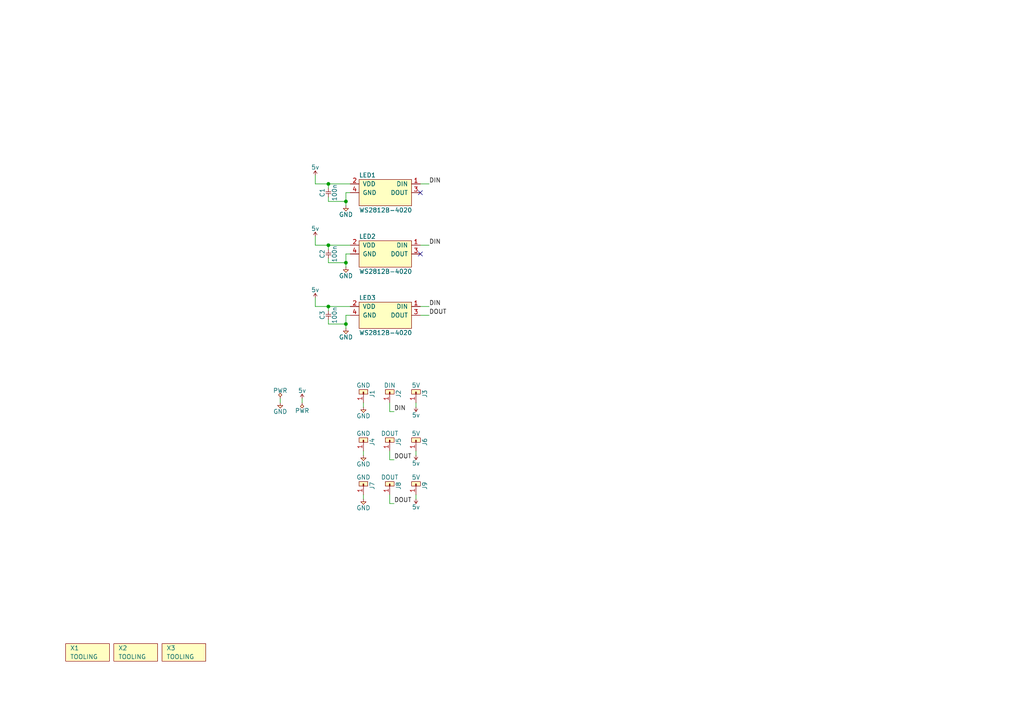
<source format=kicad_sch>
(kicad_sch (version 20230121) (generator eeschema)
  (paper "A4")
  (title_block (title "LEDEAF Triangle PCB") (date "2021-05-23") (rev "1") (comment 1 "Drawn By: AG"))
  (lib_symbols
    (symbol "ael:5v" (power) (pin_numbers hide) (pin_names (offset 1.016) hide)
      (property "Value" "5v" (at 0 2.286 0))
      (symbol "5v_0_1"
        (polyline (pts (xy 0 1.27) (xy 0.508 0.508)))
        (polyline (pts (xy 0 0) (xy 0 1.27) (xy -0.508 0.508)))
      )
      (symbol "5v_1_1"
        (pin power_in line (at 0 0 180) (length 0) hide (name "5v") (number "1"))
      )
    )
    (symbol "ael:GND" (power) (pin_numbers hide) (pin_names (offset 1.016) hide)
      (property "Value" "GND" (at 0 -2.54 0))
      (symbol "GND_0_1"
        (polyline (pts (xy 0 0) (xy 0 -0.762)))
        (polyline (pts (xy -0.762 -0.762) (xy 0.762 -0.762) (xy 0 -1.524) (xy -0.762 -0.762)) (fill (type background)))
      )
      (symbol "GND_1_1"
        (pin power_in line (at 0 0 180) (length 0) hide (name "GND") (number "1"))
      )
    )
    (symbol "agg:5v" (power) (pin_numbers hide) (pin_names (offset 1.016) hide)
      (property "Value" "5v" (at 0 2.286 0))
      (symbol "5v_0_1"
        (polyline (pts (xy 0 1.27) (xy 0.508 0.508)))
        (polyline (pts (xy 0 0) (xy 0 1.27) (xy -0.508 0.508)))
      )
      (symbol "5v_1_1"
        (pin power_in line (at 0 0 180) (length 0) hide (name "5v") (number "1"))
      )
    )
    (symbol "agg:C" (pin_numbers hide) (pin_names (offset 1.016) hide)
      (property "Reference" "C" (at 1.27 1.778 0))
      (property "Value" "C" (at 1.27 -1.778 0))
      (symbol "C_0_1"
        (polyline (pts (xy 1.016 0.762) (xy 1.016 -0.762)))
        (polyline (pts (xy 1.524 0.762) (xy 1.524 -0.762)))
      )
      (symbol "C_1_1"
        (pin passive line (at 0 0 0) (length 1.016) (name "~") (number "1"))
        (pin passive line (at 2.54 0 180) (length 1.016) (name "~") (number "2"))
      )
    )
    (symbol "agg:CONN_01x01" (pin_names (offset 0.0254) hide)
      (property "Reference" "J" (at -1.27 2.54 0))
      (property "Value" "CONN_01x01" (at -1.27 -2.54 0))
      (symbol "CONN_01x01_0_1"
        (rectangle (start 0 0.127) (end -0.635 -0.127) (fill (type outline)))
        (rectangle (start 0 1.27) (end -1.27 -1.27) (fill (type background)))
      )
      (symbol "CONN_01x01_1_1"
        (pin passive line (at 2.54 0 180) (length 2.54) (name "1") (number "1"))
      )
    )
    (symbol "agg:PART" (pin_names (offset 1.016))
      (property "Reference" "X" (at 1.27 2.54 0))
      (property "Value" "PART" (at 1.27 0 0))
      (symbol "PART_0_1"
        (rectangle (start 0 3.81) (end 12.7 -1.27) (fill (type background)))
      )
    )
    (symbol "agg:PWR" (power) (pin_numbers hide) (pin_names (offset 1.016) hide)
      (property "Value" "PWR" (at 0 2.286 0))
      (symbol "PWR_0_1"
        (polyline (pts (xy 0 0.508) (xy -0.508 1.016) (xy 0 1.524) (xy 0.508 1.016) (xy 0 0.508)) (fill (type background)))
      )
      (symbol "PWR_1_1"
        (pin power_out line (at 0 0 90) (length 0.508) (name "pwr") (number "1"))
      )
    )
    (symbol "agg:WS2812B-4020" (pin_names (offset 1.016))
      (property "Reference" "IC" (at -7.62 5.08 0))
      (property "Value" "WS2812B-4020" (at -7.62 -5.08 0))
      (symbol "WS2812B-4020_0_0"
        (pin input line (at 10.16 2.54 180) (length 2.54) (name "DIN") (number "1"))
        (pin power_in line (at -10.16 2.54 0) (length 2.54) (name "VDD") (number "2"))
        (pin output line (at 10.16 0 180) (length 2.54) (name "DOUT") (number "3"))
        (pin power_in line (at -10.16 0 0) (length 2.54) (name "GND") (number "4"))
      )
      (symbol "WS2812B-4020_0_1"
        (rectangle (start -7.62 3.81) (end 7.62 -3.81) (fill (type background)))
      )
    )
  )
  (junction (at 100.33 58.42) (diameter 0.9144))
  (junction (at 95.25 53.34) (diameter 0.9144))
  (junction (at 95.25 88.9) (diameter 0.9144))
  (junction (at 100.33 93.98) (diameter 0.9144))
  (junction (at 100.33 76.2) (diameter 0.9144))
  (junction (at 95.25 71.12) (diameter 0.9144))
  (no_connect (at 121.92 55.88))
  (no_connect (at 121.92 73.66))
  (wire (pts (xy 95.25 71.12) (xy 95.25 72.39)))
  (wire (pts (xy 100.33 59.69) (xy 100.33 58.42)))
  (wire (pts (xy 95.25 53.34) (xy 101.6 53.34)))
  (wire (pts (xy 87.63 115.57) (xy 87.63 116.84)))
  (wire (pts (xy 95.25 58.42) (xy 100.33 58.42)))
  (wire (pts (xy 113.03 146.05) (xy 114.3 146.05)))
  (wire (pts (xy 113.03 143.51) (xy 113.03 146.05)))
  (wire (pts (xy 113.03 119.38) (xy 114.3 119.38)))
  (wire (pts (xy 91.44 53.34) (xy 95.25 53.34)))
  (wire (pts (xy 121.92 91.44) (xy 124.46 91.44)))
  (wire (pts (xy 95.25 92.71) (xy 95.25 93.98)))
  (wire (pts (xy 95.25 93.98) (xy 100.33 93.98)))
  (wire (pts (xy 91.44 86.36) (xy 91.44 88.9)))
  (wire (pts (xy 91.44 88.9) (xy 95.25 88.9)))
  (wire (pts (xy 95.25 88.9) (xy 101.6 88.9)))
  (wire (pts (xy 100.33 76.2) (xy 100.33 73.66)))
  (wire (pts (xy 121.92 88.9) (xy 124.46 88.9)))
  (wire (pts (xy 113.03 130.81) (xy 113.03 133.35)))
  (wire (pts (xy 81.28 115.57) (xy 81.28 116.84)))
  (wire (pts (xy 91.44 71.12) (xy 95.25 71.12)))
  (wire (pts (xy 120.65 143.51) (xy 120.65 144.78)))
  (wire (pts (xy 95.25 57.15) (xy 95.25 58.42)))
  (wire (pts (xy 121.92 71.12) (xy 124.46 71.12)))
  (wire (pts (xy 91.44 68.58) (xy 91.44 71.12)))
  (wire (pts (xy 95.25 74.93) (xy 95.25 76.2)))
  (wire (pts (xy 100.33 77.47) (xy 100.33 76.2)))
  (wire (pts (xy 113.03 116.84) (xy 113.03 119.38)))
  (wire (pts (xy 100.33 55.88) (xy 101.6 55.88)))
  (wire (pts (xy 105.41 143.51) (xy 105.41 144.78)))
  (wire (pts (xy 100.33 58.42) (xy 100.33 55.88)))
  (wire (pts (xy 120.65 130.81) (xy 120.65 132.08)))
  (wire (pts (xy 95.25 71.12) (xy 101.6 71.12)))
  (wire (pts (xy 120.65 116.84) (xy 120.65 118.11)))
  (wire (pts (xy 105.41 116.84) (xy 105.41 118.11)))
  (wire (pts (xy 100.33 91.44) (xy 101.6 91.44)))
  (wire (pts (xy 100.33 93.98) (xy 100.33 91.44)))
  (wire (pts (xy 100.33 95.25) (xy 100.33 93.98)))
  (wire (pts (xy 113.03 133.35) (xy 114.3 133.35)))
  (wire (pts (xy 105.41 130.81) (xy 105.41 132.08)))
  (wire (pts (xy 100.33 73.66) (xy 101.6 73.66)))
  (wire (pts (xy 91.44 50.8) (xy 91.44 53.34)))
  (wire (pts (xy 95.25 76.2) (xy 100.33 76.2)))
  (wire (pts (xy 95.25 53.34) (xy 95.25 54.61)))
  (wire (pts (xy 121.92 53.34) (xy 124.46 53.34)))
  (wire (pts (xy 95.25 88.9) (xy 95.25 90.17)))
  (label "DOUT" (at 124.46 91.44 0))
  (label "DIN" (at 124.46 71.12 0))
  (label "DOUT" (at 114.3 133.35 0))
  (label "DIN" (at 124.46 53.34 0))
  (label "DOUT" (at 114.3 146.05 0))
  (label "DIN" (at 124.46 88.9 0))
  (label "DIN" (at 114.3 119.38 0))
  (symbol (lib_id "agg:CONN_01x01") (at 105.41 140.97 270) (unit 1)
    (property "Reference" "J7" (at 107.95 139.7 0) (effects (justify left)))
    (property "Value" "GND" (at 105.41 138.43 90))
    (property "Footprint" "agg:M2_PTH" (effects hide))
  )
  (symbol (lib_id "agg:WS2812B-4020") (at 111.76 73.66 0) (unit 1)
    (property "Reference" "LED2" (at 104.14 68.58 0) (effects (justify left)))
    (property "Value" "WS2812B-4020" (at 104.14 78.74 0) (effects (justify left)))
    (property "Footprint" "agg:WS2812B-4020" (effects hide))
    (property "Datasheet" "https://datasheet.lcsc.com/szlcsc/2012110135_Worldsemi-WS2812B-4020_C965557.pdf" (effects hide))
    (property "LCSC" "C965557" (effects hide))
  )
  (symbol (lib_id "agg:C") (at 95.25 57.15 90) (unit 1)
    (property "Reference" "C1" (at 93.472 55.88 0))
    (property "Value" "100n" (at 97.028 55.88 0))
    (property "Footprint" "agg:0402" (effects hide))
    (property "LCSC" "C1525" (effects hide))
  )
  (symbol (lib_id "agg:C") (at 95.25 92.71 90) (unit 1)
    (property "Reference" "C3" (at 93.472 91.44 0))
    (property "Value" "100n" (at 97.028 91.44 0))
    (property "Footprint" "agg:0402" (effects hide))
    (property "LCSC" "C1525" (effects hide))
  )
  (symbol (lib_id "agg:CONN_01x01") (at 120.65 128.27 270) (unit 1)
    (property "Reference" "J6" (at 123.19 127 0) (effects (justify left)))
    (property "Value" "5V" (at 120.65 125.73 90))
    (property "Footprint" "agg:M2_PTH" (effects hide))
  )
  (symbol (lib_id "agg:PART") (at 33.02 190.5 0) (unit 1)
    (property "Reference" "X2" (at 34.29 187.96 0) (effects (justify left)))
    (property "Value" "TOOLING" (at 34.29 190.5 0) (effects (justify left)))
    (property "Footprint" "agg:M2.5_HOLE" (effects hide))
  )
  (symbol (lib_id "agg:PWR") (at 81.28 115.57 0) (unit 1)
    (property "Reference" "#FLG0101" (effects hide))
    (property "Value" "PWR" (at 81.28 113.284 0))
  )
  (symbol (lib_id "ael:5v") (at 91.44 50.8 0) (unit 1)
    (property "Reference" "#PWR01" (effects hide))
    (property "Value" "5v" (at 91.44 48.514 0))
  )
  (symbol (lib_id "agg:C") (at 95.25 74.93 90) (unit 1)
    (property "Reference" "C2" (at 93.472 73.66 0))
    (property "Value" "100n" (at 97.028 73.66 0))
    (property "Footprint" "agg:0402" (effects hide))
    (property "LCSC" "C1525" (effects hide))
  )
  (symbol (lib_id "ael:5v") (at 91.44 68.58 0) (unit 1)
    (property "Reference" "#PWR03" (effects hide))
    (property "Value" "5v" (at 91.44 66.294 0))
  )
  (symbol (lib_id "agg:WS2812B-4020") (at 111.76 91.44 0) (unit 1)
    (property "Reference" "LED3" (at 104.14 86.36 0) (effects (justify left)))
    (property "Value" "WS2812B-4020" (at 104.14 96.52 0) (effects (justify left)))
    (property "Footprint" "agg:WS2812B-4020" (effects hide))
    (property "Datasheet" "https://datasheet.lcsc.com/szlcsc/2012110135_Worldsemi-WS2812B-4020_C965557.pdf" (effects hide))
    (property "LCSC" "C965557" (effects hide))
  )
  (symbol (lib_id "agg:CONN_01x01") (at 120.65 114.3 270) (unit 1)
    (property "Reference" "J3" (at 123.19 113.03 0) (effects (justify left)))
    (property "Value" "5V" (at 120.65 111.76 90))
    (property "Footprint" "agg:M2_PTH" (effects hide))
  )
  (symbol (lib_id "agg:WS2812B-4020") (at 111.76 55.88 0) (unit 1)
    (property "Reference" "LED1" (at 104.14 50.8 0) (effects (justify left)))
    (property "Value" "WS2812B-4020" (at 104.14 60.96 0) (effects (justify left)))
    (property "Footprint" "agg:WS2812B-4020" (effects hide))
    (property "Datasheet" "https://datasheet.lcsc.com/szlcsc/2012110135_Worldsemi-WS2812B-4020_C965557.pdf" (effects hide))
    (property "LCSC" "C965557" (effects hide))
  )
  (symbol (lib_id "ael:GND") (at 105.41 144.78 0) (unit 1)
    (property "Reference" "#PWR011" (effects hide))
    (property "Value" "GND" (at 105.41 147.32 0))
  )
  (symbol (lib_id "agg:CONN_01x01") (at 113.03 128.27 270) (unit 1)
    (property "Reference" "J5" (at 115.57 127 0) (effects (justify left)))
    (property "Value" "DOUT" (at 113.03 125.73 90))
    (property "Footprint" "agg:M2_PTH" (effects hide))
  )
  (symbol (lib_id "ael:GND") (at 81.28 116.84 0) (unit 1)
    (property "Reference" "#PWR0101" (effects hide))
    (property "Value" "GND" (at 81.28 119.38 0))
  )
  (symbol (lib_id "agg:5v") (at 120.65 118.11 180) (unit 1)
    (property "Reference" "#PWR08" (effects hide))
    (property "Value" "5v" (at 120.65 120.396 0))
  )
  (symbol (lib_id "ael:GND") (at 105.41 132.08 0) (unit 1)
    (property "Reference" "#PWR09" (effects hide))
    (property "Value" "GND" (at 105.41 134.62 0))
  )
  (symbol (lib_id "ael:GND") (at 100.33 59.69 0) (unit 1)
    (property "Reference" "#PWR02" (effects hide))
    (property "Value" "GND" (at 100.33 62.23 0))
  )
  (symbol (lib_id "ael:GND") (at 100.33 95.25 0) (unit 1)
    (property "Reference" "#PWR06" (effects hide))
    (property "Value" "GND" (at 100.33 97.79 0))
  )
  (symbol (lib_id "agg:CONN_01x01") (at 113.03 140.97 270) (unit 1)
    (property "Reference" "J8" (at 115.57 139.7 0) (effects (justify left)))
    (property "Value" "DOUT" (at 113.03 138.43 90))
    (property "Footprint" "agg:M2_PTH" (effects hide))
  )
  (symbol (lib_id "agg:CONN_01x01") (at 120.65 140.97 270) (unit 1)
    (property "Reference" "J9" (at 123.19 139.7 0) (effects (justify left)))
    (property "Value" "5V" (at 120.65 138.43 90))
    (property "Footprint" "agg:M2_PTH" (effects hide))
  )
  (symbol (lib_id "ael:GND") (at 100.33 77.47 0) (unit 1)
    (property "Reference" "#PWR04" (effects hide))
    (property "Value" "GND" (at 100.33 80.01 0))
  )
  (symbol (lib_id "ael:5v") (at 91.44 86.36 0) (unit 1)
    (property "Reference" "#PWR05" (effects hide))
    (property "Value" "5v" (at 91.44 84.074 0))
  )
  (symbol (lib_id "agg:5v") (at 87.63 115.57 0) (unit 1)
    (property "Reference" "#PWR0102" (effects hide))
    (property "Value" "5v" (at 87.63 113.284 0))
  )
  (symbol (lib_id "agg:PWR") (at 87.63 116.84 180) (unit 1)
    (property "Reference" "#FLG0102" (effects hide))
    (property "Value" "PWR" (at 87.63 119.126 0))
  )
  (symbol (lib_id "agg:PART") (at 19.05 190.5 0) (unit 1)
    (property "Reference" "X1" (at 20.32 187.96 0) (effects (justify left)))
    (property "Value" "TOOLING" (at 20.32 190.5 0) (effects (justify left)))
    (property "Footprint" "agg:M2.5_HOLE" (effects hide))
  )
  (symbol (lib_id "agg:CONN_01x01") (at 105.41 128.27 270) (unit 1)
    (property "Reference" "J4" (at 107.95 127 0) (effects (justify left)))
    (property "Value" "GND" (at 105.41 125.73 90))
    (property "Footprint" "agg:M2_PTH" (effects hide))
  )
  (symbol (lib_id "agg:CONN_01x01") (at 105.41 114.3 270) (unit 1)
    (property "Reference" "J1" (at 107.95 113.03 0) (effects (justify left)))
    (property "Value" "GND" (at 105.41 111.76 90))
    (property "Footprint" "agg:M2_PTH" (effects hide))
  )
  (symbol (lib_id "agg:PART") (at 46.99 190.5 0) (unit 1)
    (property "Reference" "X3" (at 48.26 187.96 0) (effects (justify left)))
    (property "Value" "TOOLING" (at 48.26 190.5 0) (effects (justify left)))
    (property "Footprint" "agg:M2.5_HOLE" (effects hide))
  )
  (symbol (lib_id "agg:5v") (at 120.65 144.78 180) (unit 1)
    (property "Reference" "#PWR012" (effects hide))
    (property "Value" "5v" (at 120.65 147.066 0))
  )
  (symbol (lib_id "agg:CONN_01x01") (at 113.03 114.3 270) (unit 1)
    (property "Reference" "J2" (at 115.57 113.03 0) (effects (justify left)))
    (property "Value" "DIN" (at 113.03 111.76 90))
    (property "Footprint" "agg:M2_PTH" (effects hide))
  )
  (symbol (lib_id "agg:5v") (at 120.65 132.08 180) (unit 1)
    (property "Reference" "#PWR010" (effects hide))
    (property "Value" "5v" (at 120.65 134.366 0))
  )
  (symbol (lib_id "ael:GND") (at 105.41 118.11 0) (unit 1)
    (property "Reference" "#PWR07" (effects hide))
    (property "Value" "GND" (at 105.41 120.65 0))
  )
)
</source>
